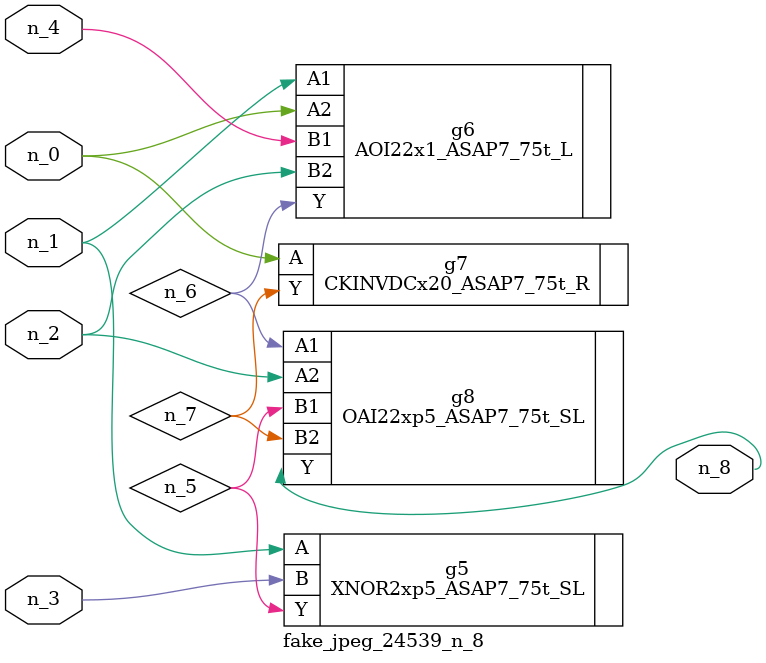
<source format=v>
module fake_jpeg_24539_n_8 (n_3, n_2, n_1, n_0, n_4, n_8);

input n_3;
input n_2;
input n_1;
input n_0;
input n_4;

output n_8;

wire n_6;
wire n_5;
wire n_7;

XNOR2xp5_ASAP7_75t_SL g5 ( 
.A(n_1),
.B(n_3),
.Y(n_5)
);

AOI22x1_ASAP7_75t_L g6 ( 
.A1(n_1),
.A2(n_0),
.B1(n_4),
.B2(n_2),
.Y(n_6)
);

CKINVDCx20_ASAP7_75t_R g7 ( 
.A(n_0),
.Y(n_7)
);

OAI22xp5_ASAP7_75t_SL g8 ( 
.A1(n_6),
.A2(n_2),
.B1(n_5),
.B2(n_7),
.Y(n_8)
);


endmodule
</source>
